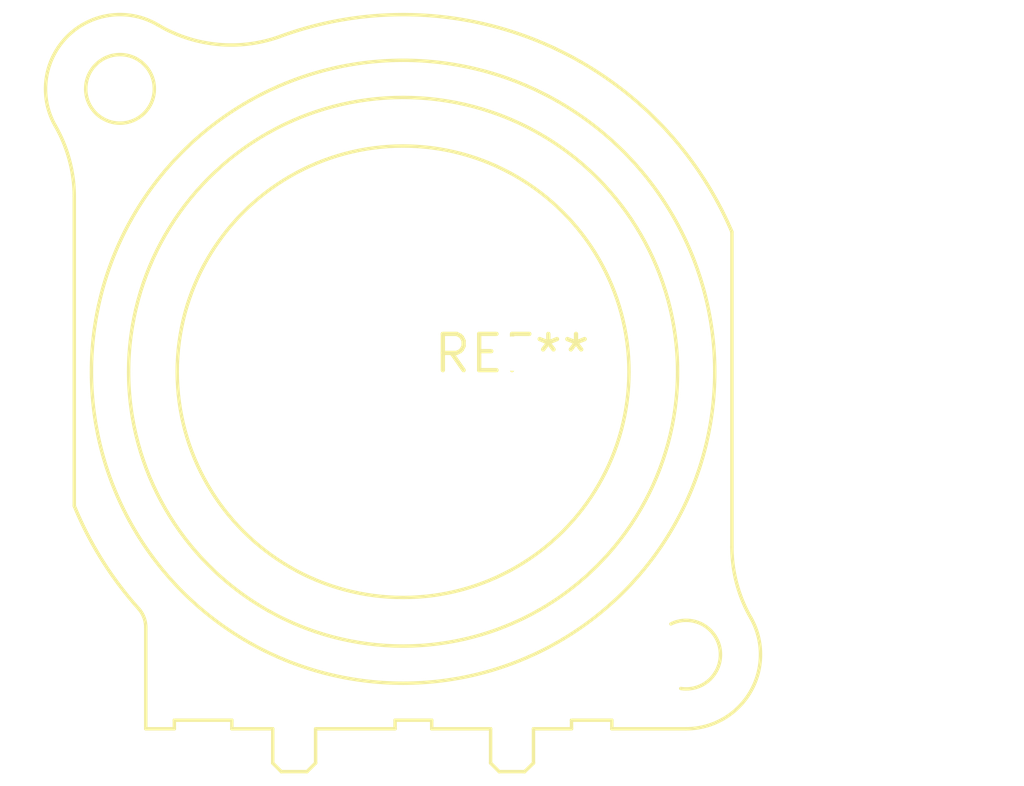
<source format=kicad_pcb>
(kicad_pcb (version 20240108) (generator pcbnew)
  (layers (0 "F.Cu" signal) (31 "B.Cu" signal) (34 "B.Paste" user) (35 "F.Paste" user) (36 "B.SilkS" user "B.Silkscreen") (37 "F.SilkS" user "F.Silkscreen") (38 "B.Mask" user) (39 "F.Mask" user) (44 "Edge.Cuts" user))
  (net 0 "")
  (footprint "Jack_XLR_Neutrik_NC5FBV-B_Vertical" (layer "F.Cu") (at 0 0)
    (property "Reference" "REF**")
    (property "Value" "Jack_XLR_Neutrik_NC5FBV-B_Vertical")
    (fp_line (start -15.31 -5.5) (end -15.31 5.33) (layer "F.SilkS") (stroke (width 0.12)))
    (fp_line (start -12.81 9.58) (end -12.81 13.13) (layer "F.SilkS") (stroke (width 0.12)))
    (fp_line (start -11.81 12.83) (end -11.81 13.13) (layer "F.SilkS") (stroke (width 0.12)))
    (fp_line (start -11.81 12.83) (end -9.8 12.83) (layer "F.SilkS") (stroke (width 0.12)))
    (fp_line (start -11.81 13.13) (end -12.81 13.13) (layer "F.SilkS") (stroke (width 0.12)))
    (fp_line (start -9.8 12.83) (end -9.8 13.13) (layer "F.SilkS") (stroke (width 0.12)))
    (fp_line (start -8.37 13.13) (end -9.8 13.13) (layer "F.SilkS") (stroke (width 0.12)))
    (fp_line (start -8.37 13.13) (end -8.37 14.33) (layer "F.SilkS") (stroke (width 0.12)))
    (fp_line (start -8.37 14.33) (end -8.07 14.63) (layer "F.SilkS") (stroke (width 0.12)))
    (fp_line (start -8.07 14.63) (end -7.17 14.63) (layer "F.SilkS") (stroke (width 0.12)))
    (fp_line (start -6.87 13.13) (end -6.87 14.33) (layer "F.SilkS") (stroke (width 0.12)))
    (fp_line (start -6.87 14.33) (end -7.17 14.63) (layer "F.SilkS") (stroke (width 0.12)))
    (fp_line (start -4.09 12.83) (end -4.09 13.13) (layer "F.SilkS") (stroke (width 0.12)))
    (fp_line (start -4.09 12.83) (end -2.81 12.83) (layer "F.SilkS") (stroke (width 0.12)))
    (fp_line (start -4.09 13.13) (end -6.87 13.13) (layer "F.SilkS") (stroke (width 0.12)))
    (fp_line (start -2.81 12.83) (end -2.81 13.13) (layer "F.SilkS") (stroke (width 0.12)))
    (fp_line (start -0.75 13.13) (end -2.81 13.13) (layer "F.SilkS") (stroke (width 0.12)))
    (fp_line (start -0.75 13.13) (end -0.75 14.33) (layer "F.SilkS") (stroke (width 0.12)))
    (fp_line (start -0.75 14.33) (end -0.45 14.63) (layer "F.SilkS") (stroke (width 0.12)))
    (fp_line (start -0.45 14.63) (end 0.44 14.63) (layer "F.SilkS") (stroke (width 0.12)))
    (fp_line (start 0.75 13.13) (end 0.75 14.33) (layer "F.SilkS") (stroke (width 0.12)))
    (fp_line (start 0.75 14.33) (end 0.44 14.63) (layer "F.SilkS") (stroke (width 0.12)))
    (fp_line (start 2.08 12.83) (end 2.08 13.13) (layer "F.SilkS") (stroke (width 0.12)))
    (fp_line (start 2.08 12.83) (end 3.49 12.83) (layer "F.SilkS") (stroke (width 0.12)))
    (fp_line (start 2.08 13.13) (end 0.75 13.13) (layer "F.SilkS") (stroke (width 0.12)))
    (fp_line (start 3.49 12.83) (end 3.49 13.13) (layer "F.SilkS") (stroke (width 0.12)))
    (fp_line (start 6.09 13.13) (end 3.49 13.13) (layer "F.SilkS") (stroke (width 0.12)))
    (fp_line (start 7.69 6.77) (end 7.69 -4.26) (layer "F.SilkS") (stroke (width 0.12)))
    (fp_arc (start -15.978065 -7.979621) (mid -15.482459 -6.783342) (end -15.31 -5.5) (layer "F.SilkS") (stroke (width 0.12)))
    (fp_arc (start -15.970602 -7.965327) (mid -15.537562 -11.11648) (end -12.38 -11.5) (layer "F.SilkS") (stroke (width 0.12)))
    (fp_arc (start -13.064011 8.921714) (mid -12.875705 9.227203) (end -12.81 9.58) (layer "F.SilkS") (stroke (width 0.12)))
    (fp_arc (start -13.054249 8.9318) (mid -14.337308 7.228089) (end -15.31 5.33) (layer "F.SilkS") (stroke (width 0.12)))
    (fp_arc (start -8.116912 -11.097925) (mid 1.152301 -10.83612) (end 7.69 -4.26) (layer "F.SilkS") (stroke (width 0.12)))
    (fp_arc (start -8.098974 -11.103419) (mid -10.283992 -10.821287) (end -12.38 -11.5) (layer "F.SilkS") (stroke (width 0.12)))
    (fp_arc (start 5.554673 9.460872) (mid 7.276356 10.353655) (end 5.9 11.72) (layer "F.SilkS") (stroke (width 0.12)))
    (fp_arc (start 8.348442 9.241807) (mid 8.338255 11.83589) (end 6.09 13.13) (layer "F.SilkS") (stroke (width 0.12)))
    (fp_arc (start 8.351797 9.24598) (mid 7.859562 8.051113) (end 7.69 6.77) (layer "F.SilkS") (stroke (width 0.12)))
    (fp_circle (center -13.71 -9.265) (end -12.51 -9.265) (layer "F.SilkS") (stroke (width 0.12)) (fill none))
    (fp_circle (center -3.81 0.635) (end 4.09 0.635) (layer "F.SilkS") (stroke (width 0.12)) (fill none))
    (fp_circle (center -3.81 0.635) (end 5.79 0.635) (layer "F.SilkS") (stroke (width 0.12)) (fill none))
    (fp_circle (center -3.81 0.635) (end 7.09 0.635) (layer "F.SilkS") (stroke (width 0.12)) (fill none))
    (pad "1" thru_hole circle (at 0 0) (size 2.9 2.9) (drill 1.2) (layers *.Cu *.Mask) (remove_unused_layers))
    (pad "2" thru_hole circle (at -0.635 3.175) (size 2.9 2.9) (drill 1.2) (layers *.Cu *.Mask) (remove_unused_layers))
    (pad "3" thru_hole circle (at -3.81 5.08) (size 2.9 2.9) (drill 1.2) (layers *.Cu *.Mask) (remove_unused_layers))
    (pad "4" thru_hole circle (at -6.985 3.175) (size 2.9 2.9) (drill 1.2) (layers *.Cu *.Mask) (remove_unused_layers))
    (pad "5" thru_hole circle (at -7.62 -0.635) (size 2.9 2.9) (drill 1.2) (layers *.Cu *.Mask) (remove_unused_layers))
    (pad "G" thru_hole circle (at 4.445 10.795) (size 2.9 2.9) (drill 1.2) (layers *.Cu *.Mask) (remove_unused_layers))
  )
)
</source>
